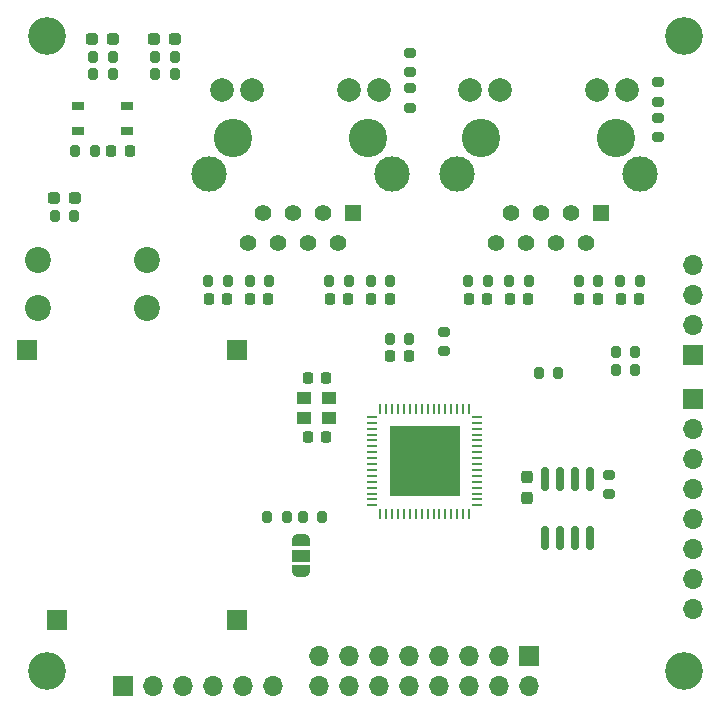
<source format=gts>
%TF.GenerationSoftware,KiCad,Pcbnew,8.0.7*%
%TF.CreationDate,2025-01-02T12:23:41+01:00*%
%TF.ProjectId,kyncat,6b796e63-6174-42e6-9b69-6361645f7063,rev?*%
%TF.SameCoordinates,Original*%
%TF.FileFunction,Soldermask,Top*%
%TF.FilePolarity,Negative*%
%FSLAX46Y46*%
G04 Gerber Fmt 4.6, Leading zero omitted, Abs format (unit mm)*
G04 Created by KiCad (PCBNEW 8.0.7) date 2025-01-02 12:23:41*
%MOMM*%
%LPD*%
G01*
G04 APERTURE LIST*
G04 Aperture macros list*
%AMRoundRect*
0 Rectangle with rounded corners*
0 $1 Rounding radius*
0 $2 $3 $4 $5 $6 $7 $8 $9 X,Y pos of 4 corners*
0 Add a 4 corners polygon primitive as box body*
4,1,4,$2,$3,$4,$5,$6,$7,$8,$9,$2,$3,0*
0 Add four circle primitives for the rounded corners*
1,1,$1+$1,$2,$3*
1,1,$1+$1,$4,$5*
1,1,$1+$1,$6,$7*
1,1,$1+$1,$8,$9*
0 Add four rect primitives between the rounded corners*
20,1,$1+$1,$2,$3,$4,$5,0*
20,1,$1+$1,$4,$5,$6,$7,0*
20,1,$1+$1,$6,$7,$8,$9,0*
20,1,$1+$1,$8,$9,$2,$3,0*%
%AMFreePoly0*
4,1,19,0.550000,-0.750000,0.000000,-0.750000,0.000000,-0.744911,-0.071157,-0.744911,-0.207708,-0.704816,-0.327430,-0.627875,-0.420627,-0.520320,-0.479746,-0.390866,-0.500000,-0.250000,-0.500000,0.250000,-0.479746,0.390866,-0.420627,0.520320,-0.327430,0.627875,-0.207708,0.704816,-0.071157,0.744911,0.000000,0.744911,0.000000,0.750000,0.550000,0.750000,0.550000,-0.750000,0.550000,-0.750000,
$1*%
%AMFreePoly1*
4,1,19,0.000000,0.744911,0.071157,0.744911,0.207708,0.704816,0.327430,0.627875,0.420627,0.520320,0.479746,0.390866,0.500000,0.250000,0.500000,-0.250000,0.479746,-0.390866,0.420627,-0.520320,0.327430,-0.627875,0.207708,-0.704816,0.071157,-0.744911,0.000000,-0.744911,0.000000,-0.750000,-0.550000,-0.750000,-0.550000,0.750000,0.000000,0.750000,0.000000,0.744911,0.000000,0.744911,
$1*%
G04 Aperture macros list end*
%ADD10R,1.700000X1.700000*%
%ADD11O,1.700000X1.700000*%
%ADD12RoundRect,0.225000X-0.225000X-0.250000X0.225000X-0.250000X0.225000X0.250000X-0.225000X0.250000X0*%
%ADD13RoundRect,0.237500X0.237500X-0.300000X0.237500X0.300000X-0.237500X0.300000X-0.237500X-0.300000X0*%
%ADD14RoundRect,0.200000X0.200000X0.275000X-0.200000X0.275000X-0.200000X-0.275000X0.200000X-0.275000X0*%
%ADD15C,3.250000*%
%ADD16R,1.400000X1.400000*%
%ADD17C,1.400000*%
%ADD18C,2.000000*%
%ADD19C,3.000000*%
%ADD20RoundRect,0.200000X-0.200000X-0.275000X0.200000X-0.275000X0.200000X0.275000X-0.200000X0.275000X0*%
%ADD21R,1.050000X0.650000*%
%ADD22RoundRect,0.225000X0.225000X0.250000X-0.225000X0.250000X-0.225000X-0.250000X0.225000X-0.250000X0*%
%ADD23FreePoly0,90.000000*%
%ADD24R,1.500000X1.000000*%
%ADD25FreePoly1,90.000000*%
%ADD26R,1.300000X1.100000*%
%ADD27RoundRect,0.200000X0.275000X-0.200000X0.275000X0.200000X-0.275000X0.200000X-0.275000X-0.200000X0*%
%ADD28C,3.200000*%
%ADD29RoundRect,0.200000X-0.275000X0.200000X-0.275000X-0.200000X0.275000X-0.200000X0.275000X0.200000X0*%
%ADD30RoundRect,0.062500X-0.375000X-0.062500X0.375000X-0.062500X0.375000X0.062500X-0.375000X0.062500X0*%
%ADD31RoundRect,0.062500X-0.062500X-0.375000X0.062500X-0.375000X0.062500X0.375000X-0.062500X0.375000X0*%
%ADD32R,6.000000X6.000000*%
%ADD33RoundRect,0.237500X-0.287500X-0.237500X0.287500X-0.237500X0.287500X0.237500X-0.287500X0.237500X0*%
%ADD34C,2.200000*%
%ADD35RoundRect,0.237500X0.287500X0.237500X-0.287500X0.237500X-0.287500X-0.237500X0.287500X-0.237500X0*%
%ADD36RoundRect,0.150000X-0.150000X0.825000X-0.150000X-0.825000X0.150000X-0.825000X0.150000X0.825000X0*%
G04 APERTURE END LIST*
D10*
%TO.C,J2*%
X113000000Y-96250000D03*
D11*
X115540000Y-96250000D03*
X118080000Y-96250000D03*
X120620000Y-96250000D03*
X123160000Y-96250000D03*
X125700000Y-96250000D03*
%TD*%
D12*
%TO.C,C19*%
X155100000Y-63500000D03*
X156650000Y-63500000D03*
%TD*%
D13*
%TO.C,C28*%
X147125000Y-80362500D03*
X147125000Y-78637500D03*
%TD*%
D14*
%TO.C,R3*%
X126825000Y-82000000D03*
X125175000Y-82000000D03*
%TD*%
D15*
%TO.C,J3*%
X154715000Y-49855000D03*
X143285000Y-49855000D03*
D16*
X153445000Y-56205000D03*
D17*
X152175000Y-58745000D03*
X150905000Y-56205000D03*
X149635000Y-58745000D03*
X148365000Y-56205000D03*
X147095000Y-58745000D03*
X145825000Y-56205000D03*
X144555000Y-58745000D03*
D18*
X155630000Y-45795000D03*
X153090000Y-45795000D03*
X144910000Y-45795000D03*
X142370000Y-45795000D03*
D19*
X156745000Y-52905000D03*
X141255000Y-52905000D03*
%TD*%
D20*
%TO.C,FB3*%
X135550000Y-66875000D03*
X137200000Y-66875000D03*
%TD*%
D12*
%TO.C,C26*%
X123725000Y-63500000D03*
X125275000Y-63500000D03*
%TD*%
D20*
%TO.C,R11*%
X130425000Y-62000000D03*
X132075000Y-62000000D03*
%TD*%
%TO.C,R8*%
X142175000Y-62000000D03*
X143825000Y-62000000D03*
%TD*%
D21*
%TO.C,SW1*%
X113300000Y-49325000D03*
X109150000Y-49325000D03*
X113300000Y-47175000D03*
X109150000Y-47175000D03*
%TD*%
D22*
%TO.C,C25*%
X121775000Y-63500000D03*
X120225000Y-63500000D03*
%TD*%
D14*
%TO.C,R14*%
X125325000Y-62000000D03*
X123675000Y-62000000D03*
%TD*%
D22*
%TO.C,C20*%
X143775000Y-63500000D03*
X142225000Y-63500000D03*
%TD*%
D23*
%TO.C,JP1*%
X128000000Y-86550000D03*
D24*
X128000000Y-85250000D03*
D25*
X128000000Y-83950000D03*
%TD*%
D26*
%TO.C,Y1*%
X128325000Y-73575000D03*
X130425000Y-73575000D03*
X130425000Y-71925000D03*
X128325000Y-71925000D03*
%TD*%
D14*
%TO.C,R23*%
X117325000Y-43000000D03*
X115675000Y-43000000D03*
%TD*%
%TO.C,R21*%
X117325000Y-44500000D03*
X115675000Y-44500000D03*
%TD*%
D22*
%TO.C,C15*%
X130150000Y-70250000D03*
X128600000Y-70250000D03*
%TD*%
D12*
%TO.C,C16*%
X128600000Y-75250000D03*
X130150000Y-75250000D03*
%TD*%
D22*
%TO.C,C23*%
X132025000Y-63500000D03*
X130475000Y-63500000D03*
%TD*%
D27*
%TO.C,R16*%
X154125000Y-80075000D03*
X154125000Y-78425000D03*
%TD*%
D28*
%TO.C,H2*%
X160500000Y-95000000D03*
%TD*%
%TO.C,H3*%
X106500000Y-41250000D03*
%TD*%
D29*
%TO.C,R20*%
X137250000Y-42675000D03*
X137250000Y-44325000D03*
%TD*%
D10*
%TO.C,J4*%
X161250000Y-72000000D03*
D11*
X161250000Y-74540000D03*
X161250000Y-77080000D03*
X161250000Y-79620000D03*
X161250000Y-82160000D03*
X161250000Y-84700000D03*
X161250000Y-87240000D03*
X161250000Y-89780000D03*
%TD*%
D20*
%TO.C,R13*%
X120175000Y-62000000D03*
X121825000Y-62000000D03*
%TD*%
D30*
%TO.C,U1*%
X134062500Y-73500000D03*
X134062500Y-74000000D03*
X134062500Y-74500000D03*
X134062500Y-75000000D03*
X134062500Y-75500000D03*
X134062500Y-76000000D03*
X134062500Y-76500000D03*
X134062500Y-77000000D03*
X134062500Y-77500000D03*
X134062500Y-78000000D03*
X134062500Y-78500000D03*
X134062500Y-79000000D03*
X134062500Y-79500000D03*
X134062500Y-80000000D03*
X134062500Y-80500000D03*
X134062500Y-81000000D03*
D31*
X134750000Y-81687500D03*
X135250000Y-81687500D03*
X135750000Y-81687500D03*
X136250000Y-81687500D03*
X136750000Y-81687500D03*
X137250000Y-81687500D03*
X137750000Y-81687500D03*
X138250000Y-81687500D03*
X138750000Y-81687500D03*
X139250000Y-81687500D03*
X139750000Y-81687500D03*
X140250000Y-81687500D03*
X140750000Y-81687500D03*
X141250000Y-81687500D03*
X141750000Y-81687500D03*
X142250000Y-81687500D03*
D30*
X142937500Y-81000000D03*
X142937500Y-80500000D03*
X142937500Y-80000000D03*
X142937500Y-79500000D03*
X142937500Y-79000000D03*
X142937500Y-78500000D03*
X142937500Y-78000000D03*
X142937500Y-77500000D03*
X142937500Y-77000000D03*
X142937500Y-76500000D03*
X142937500Y-76000000D03*
X142937500Y-75500000D03*
X142937500Y-75000000D03*
X142937500Y-74500000D03*
X142937500Y-74000000D03*
X142937500Y-73500000D03*
D31*
X142250000Y-72812500D03*
X141750000Y-72812500D03*
X141250000Y-72812500D03*
X140750000Y-72812500D03*
X140250000Y-72812500D03*
X139750000Y-72812500D03*
X139250000Y-72812500D03*
X138750000Y-72812500D03*
X138250000Y-72812500D03*
X137750000Y-72812500D03*
X137250000Y-72812500D03*
X136750000Y-72812500D03*
X136250000Y-72812500D03*
X135750000Y-72812500D03*
X135250000Y-72812500D03*
X134750000Y-72812500D03*
D32*
X138500000Y-77250000D03*
%TD*%
D29*
%TO.C,R15*%
X137250000Y-45675000D03*
X137250000Y-47325000D03*
%TD*%
D22*
%TO.C,C18*%
X153150000Y-63500000D03*
X151600000Y-63500000D03*
%TD*%
D14*
%TO.C,R12*%
X135575000Y-62000000D03*
X133925000Y-62000000D03*
%TD*%
%TO.C,R18*%
X156325000Y-69500000D03*
X154675000Y-69500000D03*
%TD*%
%TO.C,R24*%
X112075000Y-44500000D03*
X110425000Y-44500000D03*
%TD*%
D10*
%TO.C,U3*%
X122650000Y-67820000D03*
X104850000Y-67820000D03*
X122650000Y-90680000D03*
X107410000Y-90680000D03*
%TD*%
D28*
%TO.C,H4*%
X106500000Y-95000000D03*
%TD*%
D29*
%TO.C,R1*%
X140125000Y-66300000D03*
X140125000Y-67950000D03*
%TD*%
D20*
%TO.C,R6*%
X151550000Y-62000000D03*
X153200000Y-62000000D03*
%TD*%
D10*
%TO.C,J5*%
X161250000Y-68250000D03*
D11*
X161250000Y-65710000D03*
X161250000Y-63170000D03*
X161250000Y-60630000D03*
%TD*%
D20*
%TO.C,R4*%
X128175000Y-82000000D03*
X129825000Y-82000000D03*
%TD*%
D14*
%TO.C,R25*%
X108825000Y-56500000D03*
X107175000Y-56500000D03*
%TD*%
%TO.C,R17*%
X156325000Y-68000000D03*
X154675000Y-68000000D03*
%TD*%
D33*
%TO.C,D3*%
X107125000Y-55000000D03*
X108875000Y-55000000D03*
%TD*%
D34*
%TO.C,J6*%
X115000401Y-64250000D03*
X105800399Y-64250000D03*
X115000401Y-60249999D03*
X105800399Y-60249999D03*
%TD*%
D12*
%TO.C,C21*%
X145725000Y-63500000D03*
X147275000Y-63500000D03*
%TD*%
D35*
%TO.C,D1*%
X112125000Y-41500000D03*
X110375000Y-41500000D03*
%TD*%
D12*
%TO.C,C3*%
X135600000Y-68375000D03*
X137150000Y-68375000D03*
%TD*%
D14*
%TO.C,R9*%
X147325000Y-62000000D03*
X145675000Y-62000000D03*
%TD*%
D36*
%TO.C,U2*%
X152530000Y-78775000D03*
X151260000Y-78775000D03*
X149990000Y-78775000D03*
X148720000Y-78775000D03*
X148720000Y-83725000D03*
X149990000Y-83725000D03*
X151260000Y-83725000D03*
X152530000Y-83725000D03*
%TD*%
D12*
%TO.C,C24*%
X133975000Y-63500000D03*
X135525000Y-63500000D03*
%TD*%
D22*
%TO.C,C17*%
X113525000Y-51000000D03*
X111975000Y-51000000D03*
%TD*%
D15*
%TO.C,J1*%
X133715000Y-49855000D03*
X122285000Y-49855000D03*
D16*
X132445000Y-56205000D03*
D17*
X131175000Y-58745000D03*
X129905000Y-56205000D03*
X128635000Y-58745000D03*
X127365000Y-56205000D03*
X126095000Y-58745000D03*
X124825000Y-56205000D03*
X123555000Y-58745000D03*
D18*
X134630000Y-45795000D03*
X132090000Y-45795000D03*
X123910000Y-45795000D03*
X121370000Y-45795000D03*
D19*
X135745000Y-52905000D03*
X120255000Y-52905000D03*
%TD*%
D14*
%TO.C,R2*%
X110575000Y-51000000D03*
X108925000Y-51000000D03*
%TD*%
D29*
%TO.C,R19*%
X158250000Y-45175000D03*
X158250000Y-46825000D03*
%TD*%
%TO.C,R10*%
X158250000Y-48175000D03*
X158250000Y-49825000D03*
%TD*%
D33*
%TO.C,D2*%
X115625000Y-41500000D03*
X117375000Y-41500000D03*
%TD*%
D10*
%TO.C,J8*%
X147375000Y-93750000D03*
D11*
X147375000Y-96290000D03*
X144835000Y-93750000D03*
X144835000Y-96290000D03*
X142295000Y-93750000D03*
X142295000Y-96290000D03*
X139755000Y-93750000D03*
X139755000Y-96290000D03*
X137215000Y-93750000D03*
X137215000Y-96290000D03*
X134675000Y-93750000D03*
X134675000Y-96290000D03*
X132135000Y-93750000D03*
X132135000Y-96290000D03*
X129595000Y-93750000D03*
X129595000Y-96290000D03*
%TD*%
D14*
%TO.C,R7*%
X156700000Y-62000000D03*
X155050000Y-62000000D03*
%TD*%
D20*
%TO.C,R5*%
X148175000Y-69750000D03*
X149825000Y-69750000D03*
%TD*%
D28*
%TO.C,H1*%
X160500000Y-41250000D03*
%TD*%
D14*
%TO.C,R22*%
X112075000Y-43000000D03*
X110425000Y-43000000D03*
%TD*%
M02*

</source>
